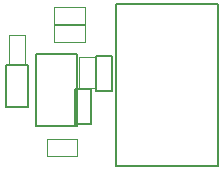
<source format=gbr>
G04*
G04 #@! TF.GenerationSoftware,Altium Limited,Altium Designer,23.10.1 (27)*
G04*
G04 Layer_Color=32768*
%FSLAX44Y44*%
%MOMM*%
G71*
G04*
G04 #@! TF.SameCoordinates,C40AB362-5B66-420F-9F68-920D16D289EC*
G04*
G04*
G04 #@! TF.FilePolarity,Positive*
G04*
G01*
G75*
%ADD11C,0.1000*%
%ADD12C,0.1270*%
D11*
X71740Y242870D02*
X85740D01*
X71740Y216870D02*
Y242870D01*
Y216870D02*
X85740D01*
Y242870D01*
X131430Y223820D02*
X145430D01*
X131430Y197820D02*
Y223820D01*
Y197820D02*
X145430D01*
Y223820D01*
X136190Y252080D02*
Y266080D01*
X110190D02*
X136190D01*
X110190Y252080D02*
Y266080D01*
Y252080D02*
X136190D01*
X110190Y236840D02*
Y250840D01*
Y236840D02*
X136190D01*
Y250840D01*
X110190D02*
X136190D01*
X129840Y140320D02*
Y154320D01*
X103840D02*
X129840D01*
X103840Y140320D02*
Y154320D01*
Y140320D02*
X129840D01*
D12*
X127762Y166878D02*
X141478D01*
Y196342D01*
X127762D02*
X141478D01*
X127762Y166878D02*
Y196342D01*
X145542Y194818D02*
X159258D01*
Y224282D01*
X145542D02*
X159258D01*
X145542Y194818D02*
Y224282D01*
X87884Y181610D02*
Y217170D01*
X69596Y181610D02*
X87884D01*
X69596D02*
Y217170D01*
X87884D01*
X95250Y165100D02*
X129540D01*
X95250Y226060D02*
X129540D01*
X95250Y165100D02*
Y226060D01*
X129540Y165100D02*
Y226060D01*
X162822Y131420D02*
X248928D01*
Y268580D01*
X162822D02*
X248928D01*
X162822Y131420D02*
Y268580D01*
M02*

</source>
